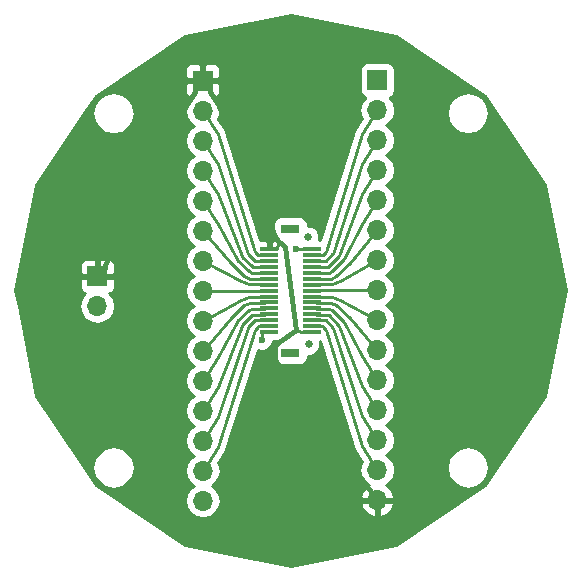
<source format=gbr>
G04 #@! TF.FileFunction,Copper,L2,Bot,Signal*
%FSLAX46Y46*%
G04 Gerber Fmt 4.6, Leading zero omitted, Abs format (unit mm)*
G04 Created by KiCad (PCBNEW 4.0.7) date 06/27/18 01:28:05*
%MOMM*%
%LPD*%
G01*
G04 APERTURE LIST*
%ADD10C,0.100000*%
%ADD11R,1.700000X1.700000*%
%ADD12O,1.700000X1.700000*%
%ADD13R,1.600000X0.800000*%
%ADD14R,1.600000X0.300000*%
%ADD15C,0.650000*%
%ADD16C,0.600000*%
%ADD17C,0.400000*%
%ADD18C,0.250000*%
%ADD19C,0.254000*%
G04 APERTURE END LIST*
D10*
D11*
X106490000Y-75933300D03*
D12*
X106490000Y-78473300D03*
X106490000Y-81013300D03*
X106490000Y-83553300D03*
X106490000Y-86093300D03*
X106490000Y-88633300D03*
X106490000Y-91173300D03*
X106490000Y-93713300D03*
X106490000Y-96253300D03*
X106490000Y-98793300D03*
X106490000Y-101333300D03*
X106490000Y-103873300D03*
X106490000Y-106413300D03*
X106490000Y-108953300D03*
X106490000Y-111493300D03*
D11*
X121272000Y-75895200D03*
D12*
X121272000Y-78435200D03*
X121272000Y-80975200D03*
X121272000Y-83515200D03*
X121272000Y-86055200D03*
X121272000Y-88595200D03*
X121272000Y-91135200D03*
X121272000Y-93675200D03*
X121272000Y-96215200D03*
X121272000Y-98755200D03*
X121272000Y-101295200D03*
X121272000Y-103835200D03*
X121272000Y-106375200D03*
X121272000Y-108915200D03*
X121272000Y-111455200D03*
D11*
X97561400Y-92494100D03*
D12*
X97561400Y-95034100D03*
D13*
X113919000Y-88476000D03*
D14*
X115719000Y-90226000D03*
X112119000Y-90226000D03*
X115719000Y-90726000D03*
X112119000Y-90726000D03*
X115719000Y-91226000D03*
X112119000Y-91226000D03*
X115719000Y-91726000D03*
X112119000Y-91726000D03*
X115719000Y-92226000D03*
X112119000Y-92226000D03*
X115719000Y-92726000D03*
X112119000Y-92726000D03*
X115719000Y-93226000D03*
X112119000Y-93226000D03*
X115719000Y-93726000D03*
X112119000Y-93726000D03*
X115719000Y-94226000D03*
X112119000Y-94226000D03*
X115719000Y-94726000D03*
X112119000Y-94726000D03*
X115719000Y-95226000D03*
X112119000Y-95226000D03*
X115719000Y-95726000D03*
X112119000Y-95726000D03*
X115719000Y-96226000D03*
X112119000Y-96226000D03*
X115719000Y-96726000D03*
X112119000Y-96726000D03*
X115719000Y-97226000D03*
X112119000Y-97226000D03*
D13*
X113919000Y-98976000D03*
D15*
X115469000Y-98276000D03*
X115419000Y-89176000D03*
D16*
X111522500Y-97876100D03*
X114418900Y-90209000D03*
D17*
X105840000Y-76583300D02*
X106490000Y-75933300D01*
X105840000Y-76783300D02*
X105840000Y-76583300D01*
X105840000Y-76866100D02*
X105840000Y-76783300D01*
X105153600Y-77900400D02*
X105840000Y-76866100D01*
X98211400Y-91561300D02*
X105153600Y-77900400D01*
X98211400Y-91644100D02*
X98211400Y-91561300D01*
X98211400Y-91844100D02*
X98211400Y-91644100D01*
X97561400Y-92494100D02*
X98211400Y-91844100D01*
X112618900Y-89083100D02*
X112959600Y-89675900D01*
X107826400Y-77900400D02*
X112618900Y-89083100D01*
X107140000Y-76866100D02*
X107826400Y-77900400D01*
X107140000Y-76783300D02*
X107140000Y-76866100D01*
X107140000Y-76583300D02*
X107140000Y-76783300D01*
X106490000Y-75933300D02*
X107140000Y-76583300D01*
X113419100Y-89993900D02*
X114420000Y-97034900D01*
X113126100Y-89700900D02*
X113419100Y-89993900D01*
X113084700Y-89675900D02*
X113126100Y-89700900D01*
X112959600Y-89675900D02*
X113084700Y-89675900D01*
D18*
X114784400Y-97201000D02*
X114420000Y-97034900D01*
X114919000Y-97201000D02*
X114784400Y-97201000D01*
X115044000Y-97201000D02*
X114919000Y-97201000D01*
X115719000Y-97226000D02*
X115044000Y-97201000D01*
D17*
X112911900Y-98075900D02*
X114420000Y-97034900D01*
X112618900Y-98368900D02*
X112911900Y-98075900D01*
X112618900Y-99168900D02*
X112618900Y-98368900D01*
X112618900Y-99583100D02*
X112618900Y-99168900D01*
X121272000Y-111455200D02*
X112618900Y-99583100D01*
D18*
X112794000Y-90024200D02*
X112959600Y-89675900D01*
X112794000Y-90076000D02*
X112794000Y-90024200D01*
X112794000Y-90201000D02*
X112794000Y-90076000D01*
X112119000Y-90226000D02*
X112794000Y-90201000D01*
X114583800Y-97109600D02*
X114420100Y-97109900D01*
X114583800Y-97109600D02*
X114476700Y-96985900D01*
X112882300Y-89838500D02*
X112884600Y-89674800D01*
X112882300Y-89838500D02*
X113007800Y-89733400D01*
X114919000Y-90209000D02*
X114418900Y-90209000D01*
X115044000Y-90209000D02*
X114919000Y-90209000D01*
X115719000Y-90226000D02*
X115044000Y-90209000D01*
X111522500Y-97251000D02*
X112119000Y-97226000D01*
X111522500Y-97376000D02*
X111522500Y-97251000D01*
X111522500Y-97876100D02*
X111522500Y-97376000D01*
X107762800Y-80482800D02*
X106490000Y-78473300D01*
X107765100Y-80488400D02*
X107762800Y-80482800D01*
X110893900Y-90427100D02*
X107765100Y-80488400D01*
X111142900Y-90676100D02*
X110893900Y-90427100D01*
X111184400Y-90701000D02*
X111142900Y-90676100D01*
X111319000Y-90701000D02*
X111184400Y-90701000D01*
X111444000Y-90701000D02*
X111319000Y-90701000D01*
X112119000Y-90726000D02*
X111444000Y-90701000D01*
X107762800Y-83022800D02*
X106490000Y-81013300D01*
X107765100Y-83028400D02*
X107762800Y-83022800D01*
X110343800Y-90604900D02*
X107765100Y-83028400D01*
X110369000Y-90644500D02*
X110343800Y-90604900D01*
X110925500Y-91201000D02*
X110369000Y-90644500D01*
X111319000Y-91201000D02*
X110925500Y-91201000D01*
X111444000Y-91201000D02*
X111319000Y-91201000D01*
X112119000Y-91226000D02*
X111444000Y-91201000D01*
X107762800Y-85562800D02*
X106490000Y-83553300D01*
X107765100Y-85568400D02*
X107762800Y-85562800D01*
X109819000Y-90770600D02*
X107765100Y-85568400D01*
X109855500Y-90858900D02*
X109819000Y-90770600D01*
X110661100Y-91664500D02*
X109855500Y-90858900D01*
X110749400Y-91701000D02*
X110661100Y-91664500D01*
X111319000Y-91701000D02*
X110749400Y-91701000D01*
X111444000Y-91701000D02*
X111319000Y-91701000D01*
X112119000Y-91726000D02*
X111444000Y-91701000D01*
X107762800Y-88102800D02*
X106490000Y-86093300D01*
X109367700Y-91059800D02*
X107762800Y-88102800D01*
X109431700Y-91142100D02*
X109367700Y-91059800D01*
X110377900Y-92088300D02*
X109431700Y-91142100D01*
X110649900Y-92201000D02*
X110377900Y-92088300D01*
X111319000Y-92201000D02*
X110649900Y-92201000D01*
X111444000Y-92201000D02*
X111319000Y-92201000D01*
X112119000Y-92226000D02*
X111444000Y-92201000D01*
X108901800Y-91371100D02*
X106490000Y-88633300D01*
X110023900Y-92493200D02*
X108901800Y-91371100D01*
X110525600Y-92701000D02*
X110023900Y-92493200D01*
X111319000Y-92701000D02*
X110525600Y-92701000D01*
X111444000Y-92701000D02*
X111319000Y-92701000D01*
X112119000Y-92726000D02*
X111444000Y-92701000D01*
X109740700Y-92917100D02*
X106490000Y-91173300D01*
X110426100Y-93201000D02*
X109740700Y-92917100D01*
X111319000Y-93201000D02*
X110426100Y-93201000D01*
X111444000Y-93201000D02*
X111319000Y-93201000D01*
X112119000Y-93226000D02*
X111444000Y-93201000D01*
X111319000Y-93713300D02*
X106490000Y-93713300D01*
X111444000Y-93713300D02*
X111319000Y-93713300D01*
X112119000Y-93726000D02*
X111444000Y-93713300D01*
X109740700Y-94534900D02*
X106490000Y-96253300D01*
X110426100Y-94251000D02*
X109740700Y-94534900D01*
X111319000Y-94251000D02*
X110426100Y-94251000D01*
X111444000Y-94251000D02*
X111319000Y-94251000D01*
X112119000Y-94226000D02*
X111444000Y-94251000D01*
X108901800Y-96080900D02*
X106490000Y-98793300D01*
X110023900Y-94958800D02*
X108901800Y-96080900D01*
X110525600Y-94751000D02*
X110023900Y-94958800D01*
X111319000Y-94751000D02*
X110525600Y-94751000D01*
X111444000Y-94751000D02*
X111319000Y-94751000D01*
X112119000Y-94726000D02*
X111444000Y-94751000D01*
X107762800Y-99323800D02*
X106490000Y-101333300D01*
X109367700Y-96392200D02*
X107762800Y-99323800D01*
X109431700Y-96309900D02*
X109367700Y-96392200D01*
X110377900Y-95363700D02*
X109431700Y-96309900D01*
X110649900Y-95251000D02*
X110377900Y-95363700D01*
X111319000Y-95251000D02*
X110649900Y-95251000D01*
X111444000Y-95251000D02*
X111319000Y-95251000D01*
X112119000Y-95226000D02*
X111444000Y-95251000D01*
X107762800Y-101863800D02*
X106490000Y-103873300D01*
X107765100Y-101858200D02*
X107762800Y-101863800D01*
X109819000Y-96681400D02*
X107765100Y-101858200D01*
X109855500Y-96593100D02*
X109819000Y-96681400D01*
X110661100Y-95787500D02*
X109855500Y-96593100D01*
X110749400Y-95751000D02*
X110661100Y-95787500D01*
X111319000Y-95751000D02*
X110749400Y-95751000D01*
X111444000Y-95751000D02*
X111319000Y-95751000D01*
X112119000Y-95726000D02*
X111444000Y-95751000D01*
X107762800Y-104403800D02*
X106490000Y-106413300D01*
X107765100Y-104398200D02*
X107762800Y-104403800D01*
X110343800Y-96847100D02*
X107765100Y-104398200D01*
X110369000Y-96807500D02*
X110343800Y-96847100D01*
X110925500Y-96251000D02*
X110369000Y-96807500D01*
X111319000Y-96251000D02*
X110925500Y-96251000D01*
X111444000Y-96251000D02*
X111319000Y-96251000D01*
X112119000Y-96226000D02*
X111444000Y-96251000D01*
X107762800Y-106943800D02*
X106490000Y-108953300D01*
X107765100Y-106938200D02*
X107762800Y-106943800D01*
X110893900Y-97024900D02*
X107765100Y-106938200D01*
X111142900Y-96775900D02*
X110893900Y-97024900D01*
X111184400Y-96751000D02*
X111142900Y-96775900D01*
X111319000Y-96751000D02*
X111184400Y-96751000D01*
X111444000Y-96751000D02*
X111319000Y-96751000D01*
X112119000Y-96726000D02*
X111444000Y-96751000D01*
X119999200Y-80444700D02*
X121272000Y-78435200D01*
X119996900Y-80450300D02*
X119999200Y-80444700D01*
X116944100Y-90427100D02*
X119996900Y-80450300D01*
X116695100Y-90676100D02*
X116944100Y-90427100D01*
X116653600Y-90701000D02*
X116695100Y-90676100D01*
X116519000Y-90701000D02*
X116653600Y-90701000D01*
X116394000Y-90701000D02*
X116519000Y-90701000D01*
X115719000Y-90726000D02*
X116394000Y-90701000D01*
X119999200Y-82984700D02*
X121272000Y-80975200D01*
X119996900Y-82990300D02*
X119999200Y-82984700D01*
X117494200Y-90604900D02*
X119996900Y-82990300D01*
X117469000Y-90644500D02*
X117494200Y-90604900D01*
X116912500Y-91201000D02*
X117469000Y-90644500D01*
X116519000Y-91201000D02*
X116912500Y-91201000D01*
X116394000Y-91201000D02*
X116519000Y-91201000D01*
X115719000Y-91226000D02*
X116394000Y-91201000D01*
X119999200Y-85524700D02*
X121272000Y-83515200D01*
X119996900Y-85530300D02*
X119999200Y-85524700D01*
X118019000Y-90770600D02*
X119996900Y-85530300D01*
X117982500Y-90858900D02*
X118019000Y-90770600D01*
X117176900Y-91664500D02*
X117982500Y-90858900D01*
X117088600Y-91701000D02*
X117176900Y-91664500D01*
X116519000Y-91701000D02*
X117088600Y-91701000D01*
X116394000Y-91701000D02*
X116519000Y-91701000D01*
X115719000Y-91726000D02*
X116394000Y-91701000D01*
X119999200Y-88064700D02*
X121272000Y-86055200D01*
X118470300Y-91059800D02*
X119999200Y-88064700D01*
X118406300Y-91142100D02*
X118470300Y-91059800D01*
X117460100Y-92088300D02*
X118406300Y-91142100D01*
X117188100Y-92201000D02*
X117460100Y-92088300D01*
X116519000Y-92201000D02*
X117188100Y-92201000D01*
X116394000Y-92201000D02*
X116519000Y-92201000D01*
X115719000Y-92226000D02*
X116394000Y-92201000D01*
X118936200Y-91371100D02*
X121272000Y-88595200D01*
X117814100Y-92493200D02*
X118936200Y-91371100D01*
X117312400Y-92701000D02*
X117814100Y-92493200D01*
X116519000Y-92701000D02*
X117312400Y-92701000D01*
X116394000Y-92701000D02*
X116519000Y-92701000D01*
X115719000Y-92726000D02*
X116394000Y-92701000D01*
X118097300Y-92917100D02*
X121272000Y-91135200D01*
X117411900Y-93201000D02*
X118097300Y-92917100D01*
X116519000Y-93201000D02*
X117411900Y-93201000D01*
X116394000Y-93201000D02*
X116519000Y-93201000D01*
X115719000Y-93226000D02*
X116394000Y-93201000D01*
X117153300Y-93701000D02*
X121272000Y-93675200D01*
X116519000Y-93701000D02*
X117153300Y-93701000D01*
X116394000Y-93701000D02*
X116519000Y-93701000D01*
X115719000Y-93726000D02*
X116394000Y-93701000D01*
X118097300Y-94534900D02*
X121272000Y-96215200D01*
X117411900Y-94251000D02*
X118097300Y-94534900D01*
X116519000Y-94251000D02*
X117411900Y-94251000D01*
X116394000Y-94251000D02*
X116519000Y-94251000D01*
X115719000Y-94226000D02*
X116394000Y-94251000D01*
X118936200Y-96080900D02*
X121272000Y-98755200D01*
X117814100Y-94958800D02*
X118936200Y-96080900D01*
X117312400Y-94751000D02*
X117814100Y-94958800D01*
X116519000Y-94751000D02*
X117312400Y-94751000D01*
X116394000Y-94751000D02*
X116519000Y-94751000D01*
X115719000Y-94726000D02*
X116394000Y-94751000D01*
X119999200Y-99285700D02*
X121272000Y-101295200D01*
X118470300Y-96392200D02*
X119999200Y-99285700D01*
X118406300Y-96309900D02*
X118470300Y-96392200D01*
X117460100Y-95363700D02*
X118406300Y-96309900D01*
X117188100Y-95251000D02*
X117460100Y-95363700D01*
X116519000Y-95251000D02*
X117188100Y-95251000D01*
X116394000Y-95251000D02*
X116519000Y-95251000D01*
X115719000Y-95226000D02*
X116394000Y-95251000D01*
X119999200Y-101825700D02*
X121272000Y-103835200D01*
X119996900Y-101820100D02*
X119999200Y-101825700D01*
X118019000Y-96681400D02*
X119996900Y-101820100D01*
X117982500Y-96593100D02*
X118019000Y-96681400D01*
X117176900Y-95787500D02*
X117982500Y-96593100D01*
X117088600Y-95751000D02*
X117176900Y-95787500D01*
X116519000Y-95751000D02*
X117088600Y-95751000D01*
X116394000Y-95751000D02*
X116519000Y-95751000D01*
X115719000Y-95726000D02*
X116394000Y-95751000D01*
X119999200Y-104365700D02*
X121272000Y-106375200D01*
X119996900Y-104360100D02*
X119999200Y-104365700D01*
X117494200Y-96847100D02*
X119996900Y-104360100D01*
X117469000Y-96807500D02*
X117494200Y-96847100D01*
X116912500Y-96251000D02*
X117469000Y-96807500D01*
X116519000Y-96251000D02*
X116912500Y-96251000D01*
X116394000Y-96251000D02*
X116519000Y-96251000D01*
X115719000Y-96226000D02*
X116394000Y-96251000D01*
X119999200Y-106905700D02*
X121272000Y-108915200D01*
X119996900Y-106900100D02*
X119999200Y-106905700D01*
X116944100Y-97024900D02*
X119996900Y-106900100D01*
X116695100Y-96775900D02*
X116944100Y-97024900D01*
X116653600Y-96751000D02*
X116695100Y-96775900D01*
X116519000Y-96751000D02*
X116653600Y-96751000D01*
X116394000Y-96751000D02*
X116519000Y-96751000D01*
X115719000Y-96726000D02*
X116394000Y-96751000D01*
D19*
G36*
X122866364Y-72152849D02*
X130430295Y-77206905D01*
X135484351Y-84770836D01*
X137259100Y-93693100D01*
X135484351Y-102615364D01*
X130430295Y-110179295D01*
X122866364Y-115233351D01*
X113944100Y-117008100D01*
X105021836Y-115233351D01*
X97457905Y-110179295D01*
X96464862Y-108693100D01*
X97159100Y-108693100D01*
X97294975Y-109376190D01*
X97681914Y-109955286D01*
X98261010Y-110342225D01*
X98944100Y-110478100D01*
X99627190Y-110342225D01*
X100206286Y-109955286D01*
X100593225Y-109376190D01*
X100729100Y-108693100D01*
X100593225Y-108010010D01*
X100206286Y-107430914D01*
X99627190Y-107043975D01*
X98944100Y-106908100D01*
X98261010Y-107043975D01*
X97681914Y-107430914D01*
X97294975Y-108010010D01*
X97159100Y-108693100D01*
X96464862Y-108693100D01*
X92403849Y-102615364D01*
X90895842Y-95034100D01*
X96047307Y-95034100D01*
X96160346Y-95602385D01*
X96482253Y-96084154D01*
X96964022Y-96406061D01*
X97532307Y-96519100D01*
X97590493Y-96519100D01*
X98158778Y-96406061D01*
X98640547Y-96084154D01*
X98962454Y-95602385D01*
X99075493Y-95034100D01*
X98962454Y-94465815D01*
X98640547Y-93984046D01*
X98596623Y-93954697D01*
X98771098Y-93882427D01*
X98949727Y-93703799D01*
X99046400Y-93470410D01*
X99046400Y-92779850D01*
X98887650Y-92621100D01*
X97688400Y-92621100D01*
X97688400Y-92641100D01*
X97434400Y-92641100D01*
X97434400Y-92621100D01*
X96235150Y-92621100D01*
X96076400Y-92779850D01*
X96076400Y-93470410D01*
X96173073Y-93703799D01*
X96351702Y-93882427D01*
X96526177Y-93954697D01*
X96482253Y-93984046D01*
X96160346Y-94465815D01*
X96047307Y-95034100D01*
X90895842Y-95034100D01*
X90629100Y-93693100D01*
X91061796Y-91517790D01*
X96076400Y-91517790D01*
X96076400Y-92208350D01*
X96235150Y-92367100D01*
X97434400Y-92367100D01*
X97434400Y-91167850D01*
X97688400Y-91167850D01*
X97688400Y-92367100D01*
X98887650Y-92367100D01*
X99046400Y-92208350D01*
X99046400Y-91517790D01*
X98949727Y-91284401D01*
X98771098Y-91105773D01*
X98537709Y-91009100D01*
X97847150Y-91009100D01*
X97688400Y-91167850D01*
X97434400Y-91167850D01*
X97275650Y-91009100D01*
X96585091Y-91009100D01*
X96351702Y-91105773D01*
X96173073Y-91284401D01*
X96076400Y-91517790D01*
X91061796Y-91517790D01*
X92403849Y-84770836D01*
X96464861Y-78693100D01*
X97159100Y-78693100D01*
X97294975Y-79376190D01*
X97681914Y-79955286D01*
X98261010Y-80342225D01*
X98944100Y-80478100D01*
X99627190Y-80342225D01*
X100206286Y-79955286D01*
X100593225Y-79376190D01*
X100729100Y-78693100D01*
X100685380Y-78473300D01*
X104975907Y-78473300D01*
X105088946Y-79041585D01*
X105410853Y-79523354D01*
X105740026Y-79743300D01*
X105410853Y-79963246D01*
X105088946Y-80445015D01*
X104975907Y-81013300D01*
X105088946Y-81581585D01*
X105410853Y-82063354D01*
X105740026Y-82283300D01*
X105410853Y-82503246D01*
X105088946Y-82985015D01*
X104975907Y-83553300D01*
X105088946Y-84121585D01*
X105410853Y-84603354D01*
X105740026Y-84823300D01*
X105410853Y-85043246D01*
X105088946Y-85525015D01*
X104975907Y-86093300D01*
X105088946Y-86661585D01*
X105410853Y-87143354D01*
X105740026Y-87363300D01*
X105410853Y-87583246D01*
X105088946Y-88065015D01*
X104975907Y-88633300D01*
X105088946Y-89201585D01*
X105410853Y-89683354D01*
X105740026Y-89903300D01*
X105410853Y-90123246D01*
X105088946Y-90605015D01*
X104975907Y-91173300D01*
X105088946Y-91741585D01*
X105410853Y-92223354D01*
X105740026Y-92443300D01*
X105410853Y-92663246D01*
X105088946Y-93145015D01*
X104975907Y-93713300D01*
X105088946Y-94281585D01*
X105410853Y-94763354D01*
X105740026Y-94983300D01*
X105410853Y-95203246D01*
X105088946Y-95685015D01*
X104975907Y-96253300D01*
X105088946Y-96821585D01*
X105410853Y-97303354D01*
X105740026Y-97523300D01*
X105410853Y-97743246D01*
X105088946Y-98225015D01*
X104975907Y-98793300D01*
X105088946Y-99361585D01*
X105410853Y-99843354D01*
X105740026Y-100063300D01*
X105410853Y-100283246D01*
X105088946Y-100765015D01*
X104975907Y-101333300D01*
X105088946Y-101901585D01*
X105410853Y-102383354D01*
X105740026Y-102603300D01*
X105410853Y-102823246D01*
X105088946Y-103305015D01*
X104975907Y-103873300D01*
X105088946Y-104441585D01*
X105410853Y-104923354D01*
X105740026Y-105143300D01*
X105410853Y-105363246D01*
X105088946Y-105845015D01*
X104975907Y-106413300D01*
X105088946Y-106981585D01*
X105410853Y-107463354D01*
X105740026Y-107683300D01*
X105410853Y-107903246D01*
X105088946Y-108385015D01*
X104975907Y-108953300D01*
X105088946Y-109521585D01*
X105410853Y-110003354D01*
X105740026Y-110223300D01*
X105410853Y-110443246D01*
X105088946Y-110925015D01*
X104975907Y-111493300D01*
X105088946Y-112061585D01*
X105410853Y-112543354D01*
X105892622Y-112865261D01*
X106460907Y-112978300D01*
X106519093Y-112978300D01*
X107087378Y-112865261D01*
X107569147Y-112543354D01*
X107891054Y-112061585D01*
X107940681Y-111812090D01*
X119830524Y-111812090D01*
X120000355Y-112222124D01*
X120390642Y-112650383D01*
X120915108Y-112896686D01*
X121145000Y-112776019D01*
X121145000Y-111582200D01*
X121399000Y-111582200D01*
X121399000Y-112776019D01*
X121628892Y-112896686D01*
X122153358Y-112650383D01*
X122543645Y-112222124D01*
X122713476Y-111812090D01*
X122592155Y-111582200D01*
X121399000Y-111582200D01*
X121145000Y-111582200D01*
X119951845Y-111582200D01*
X119830524Y-111812090D01*
X107940681Y-111812090D01*
X108004093Y-111493300D01*
X107891054Y-110925015D01*
X107569147Y-110443246D01*
X107239974Y-110223300D01*
X107569147Y-110003354D01*
X107891054Y-109521585D01*
X108004093Y-108953300D01*
X107891054Y-108385015D01*
X107818422Y-108276314D01*
X108404846Y-107350466D01*
X108428885Y-107288168D01*
X108465815Y-107232538D01*
X108468115Y-107226938D01*
X108474319Y-107195251D01*
X108489859Y-107166946D01*
X111151317Y-98734375D01*
X111335701Y-98810938D01*
X111707667Y-98811262D01*
X112051443Y-98669217D01*
X112314692Y-98406427D01*
X112457338Y-98062899D01*
X112457372Y-98023440D01*
X112805045Y-98023440D01*
X112667559Y-98111910D01*
X112522569Y-98324110D01*
X112471560Y-98576000D01*
X112471560Y-99376000D01*
X112515838Y-99611317D01*
X112654910Y-99827441D01*
X112867110Y-99972431D01*
X113119000Y-100023440D01*
X114719000Y-100023440D01*
X114954317Y-99979162D01*
X115170441Y-99840090D01*
X115315431Y-99627890D01*
X115366440Y-99376000D01*
X115366440Y-99235911D01*
X115659118Y-99236167D01*
X116012086Y-99090323D01*
X116282374Y-98820507D01*
X116428833Y-98467794D01*
X116429167Y-98085882D01*
X116398226Y-98011000D01*
X116453455Y-98011000D01*
X119270804Y-107124564D01*
X119287248Y-107154940D01*
X119293885Y-107188838D01*
X119296185Y-107194438D01*
X119333116Y-107250068D01*
X119357154Y-107312366D01*
X119943578Y-108238214D01*
X119870946Y-108346915D01*
X119757907Y-108915200D01*
X119870946Y-109483485D01*
X120192853Y-109965254D01*
X120533553Y-110192902D01*
X120390642Y-110260017D01*
X120000355Y-110688276D01*
X119830524Y-111098310D01*
X119951845Y-111328200D01*
X121145000Y-111328200D01*
X121145000Y-111308200D01*
X121399000Y-111308200D01*
X121399000Y-111328200D01*
X122592155Y-111328200D01*
X122713476Y-111098310D01*
X122543645Y-110688276D01*
X122153358Y-110260017D01*
X122010447Y-110192902D01*
X122351147Y-109965254D01*
X122673054Y-109483485D01*
X122786093Y-108915200D01*
X122741915Y-108693100D01*
X127159100Y-108693100D01*
X127294975Y-109376190D01*
X127681914Y-109955286D01*
X128261010Y-110342225D01*
X128944100Y-110478100D01*
X129627190Y-110342225D01*
X130206286Y-109955286D01*
X130593225Y-109376190D01*
X130729100Y-108693100D01*
X130593225Y-108010010D01*
X130206286Y-107430914D01*
X129627190Y-107043975D01*
X128944100Y-106908100D01*
X128261010Y-107043975D01*
X127681914Y-107430914D01*
X127294975Y-108010010D01*
X127159100Y-108693100D01*
X122741915Y-108693100D01*
X122673054Y-108346915D01*
X122351147Y-107865146D01*
X122021974Y-107645200D01*
X122351147Y-107425254D01*
X122673054Y-106943485D01*
X122786093Y-106375200D01*
X122673054Y-105806915D01*
X122351147Y-105325146D01*
X122021974Y-105105200D01*
X122351147Y-104885254D01*
X122673054Y-104403485D01*
X122786093Y-103835200D01*
X122673054Y-103266915D01*
X122351147Y-102785146D01*
X122021974Y-102565200D01*
X122351147Y-102345254D01*
X122673054Y-101863485D01*
X122786093Y-101295200D01*
X122673054Y-100726915D01*
X122351147Y-100245146D01*
X122021974Y-100025200D01*
X122351147Y-99805254D01*
X122673054Y-99323485D01*
X122786093Y-98755200D01*
X122673054Y-98186915D01*
X122351147Y-97705146D01*
X122021974Y-97485200D01*
X122351147Y-97265254D01*
X122673054Y-96783485D01*
X122786093Y-96215200D01*
X122673054Y-95646915D01*
X122351147Y-95165146D01*
X122021974Y-94945200D01*
X122351147Y-94725254D01*
X122673054Y-94243485D01*
X122786093Y-93675200D01*
X122673054Y-93106915D01*
X122351147Y-92625146D01*
X122021974Y-92405200D01*
X122351147Y-92185254D01*
X122673054Y-91703485D01*
X122786093Y-91135200D01*
X122673054Y-90566915D01*
X122351147Y-90085146D01*
X122021974Y-89865200D01*
X122351147Y-89645254D01*
X122673054Y-89163485D01*
X122786093Y-88595200D01*
X122673054Y-88026915D01*
X122351147Y-87545146D01*
X122021974Y-87325200D01*
X122351147Y-87105254D01*
X122673054Y-86623485D01*
X122786093Y-86055200D01*
X122673054Y-85486915D01*
X122351147Y-85005146D01*
X122021974Y-84785200D01*
X122351147Y-84565254D01*
X122673054Y-84083485D01*
X122786093Y-83515200D01*
X122673054Y-82946915D01*
X122351147Y-82465146D01*
X122021974Y-82245200D01*
X122351147Y-82025254D01*
X122673054Y-81543485D01*
X122786093Y-80975200D01*
X122673054Y-80406915D01*
X122351147Y-79925146D01*
X122021974Y-79705200D01*
X122351147Y-79485254D01*
X122673054Y-79003485D01*
X122734793Y-78693100D01*
X127159100Y-78693100D01*
X127294975Y-79376190D01*
X127681914Y-79955286D01*
X128261010Y-80342225D01*
X128944100Y-80478100D01*
X129627190Y-80342225D01*
X130206286Y-79955286D01*
X130593225Y-79376190D01*
X130729100Y-78693100D01*
X130593225Y-78010010D01*
X130206286Y-77430914D01*
X129627190Y-77043975D01*
X128944100Y-76908100D01*
X128261010Y-77043975D01*
X127681914Y-77430914D01*
X127294975Y-78010010D01*
X127159100Y-78693100D01*
X122734793Y-78693100D01*
X122786093Y-78435200D01*
X122673054Y-77866915D01*
X122351147Y-77385146D01*
X122309548Y-77357350D01*
X122357317Y-77348362D01*
X122573441Y-77209290D01*
X122718431Y-76997090D01*
X122769440Y-76745200D01*
X122769440Y-75045200D01*
X122725162Y-74809883D01*
X122586090Y-74593759D01*
X122373890Y-74448769D01*
X122122000Y-74397760D01*
X120422000Y-74397760D01*
X120186683Y-74442038D01*
X119970559Y-74581110D01*
X119825569Y-74793310D01*
X119774560Y-75045200D01*
X119774560Y-76745200D01*
X119818838Y-76980517D01*
X119957910Y-77196641D01*
X120170110Y-77341631D01*
X120237541Y-77355286D01*
X120192853Y-77385146D01*
X119870946Y-77866915D01*
X119757907Y-78435200D01*
X119870946Y-79003485D01*
X119943578Y-79112186D01*
X119357154Y-80038034D01*
X119333116Y-80100332D01*
X119296185Y-80155962D01*
X119293885Y-80161562D01*
X119287037Y-80196535D01*
X119270161Y-80227925D01*
X116454860Y-89428560D01*
X116353601Y-89428560D01*
X116378833Y-89367794D01*
X116379167Y-88985882D01*
X116233323Y-88632914D01*
X115963507Y-88362626D01*
X115610794Y-88216167D01*
X115366440Y-88215953D01*
X115366440Y-88076000D01*
X115322162Y-87840683D01*
X115183090Y-87624559D01*
X114970890Y-87479569D01*
X114719000Y-87428560D01*
X113119000Y-87428560D01*
X112883683Y-87472838D01*
X112667559Y-87611910D01*
X112522569Y-87824110D01*
X112471560Y-88076000D01*
X112471560Y-88876000D01*
X112515838Y-89111317D01*
X112654910Y-89327441D01*
X112821109Y-89441000D01*
X112404750Y-89441000D01*
X112246000Y-89599750D01*
X112246000Y-89928560D01*
X111992000Y-89928560D01*
X111992000Y-89599750D01*
X111833250Y-89441000D01*
X111380236Y-89441000D01*
X108490026Y-80260186D01*
X108474373Y-80231625D01*
X108468115Y-80199662D01*
X108465815Y-80194062D01*
X108428885Y-80138432D01*
X108404846Y-80076134D01*
X107818422Y-79150286D01*
X107891054Y-79041585D01*
X108004093Y-78473300D01*
X107891054Y-77905015D01*
X107569147Y-77423246D01*
X107525223Y-77393897D01*
X107699698Y-77321627D01*
X107878327Y-77142999D01*
X107975000Y-76909610D01*
X107975000Y-76219050D01*
X107816250Y-76060300D01*
X106617000Y-76060300D01*
X106617000Y-76080300D01*
X106363000Y-76080300D01*
X106363000Y-76060300D01*
X105163750Y-76060300D01*
X105005000Y-76219050D01*
X105005000Y-76909610D01*
X105101673Y-77142999D01*
X105280302Y-77321627D01*
X105454777Y-77393897D01*
X105410853Y-77423246D01*
X105088946Y-77905015D01*
X104975907Y-78473300D01*
X100685380Y-78473300D01*
X100593225Y-78010010D01*
X100206286Y-77430914D01*
X99627190Y-77043975D01*
X98944100Y-76908100D01*
X98261010Y-77043975D01*
X97681914Y-77430914D01*
X97294975Y-78010010D01*
X97159100Y-78693100D01*
X96464861Y-78693100D01*
X97457905Y-77206905D01*
X100825141Y-74956990D01*
X105005000Y-74956990D01*
X105005000Y-75647550D01*
X105163750Y-75806300D01*
X106363000Y-75806300D01*
X106363000Y-74607050D01*
X106617000Y-74607050D01*
X106617000Y-75806300D01*
X107816250Y-75806300D01*
X107975000Y-75647550D01*
X107975000Y-74956990D01*
X107878327Y-74723601D01*
X107699698Y-74544973D01*
X107466309Y-74448300D01*
X106775750Y-74448300D01*
X106617000Y-74607050D01*
X106363000Y-74607050D01*
X106204250Y-74448300D01*
X105513691Y-74448300D01*
X105280302Y-74544973D01*
X105101673Y-74723601D01*
X105005000Y-74956990D01*
X100825141Y-74956990D01*
X105021836Y-72152849D01*
X113944100Y-70378100D01*
X122866364Y-72152849D01*
X122866364Y-72152849D01*
G37*
X122866364Y-72152849D02*
X130430295Y-77206905D01*
X135484351Y-84770836D01*
X137259100Y-93693100D01*
X135484351Y-102615364D01*
X130430295Y-110179295D01*
X122866364Y-115233351D01*
X113944100Y-117008100D01*
X105021836Y-115233351D01*
X97457905Y-110179295D01*
X96464862Y-108693100D01*
X97159100Y-108693100D01*
X97294975Y-109376190D01*
X97681914Y-109955286D01*
X98261010Y-110342225D01*
X98944100Y-110478100D01*
X99627190Y-110342225D01*
X100206286Y-109955286D01*
X100593225Y-109376190D01*
X100729100Y-108693100D01*
X100593225Y-108010010D01*
X100206286Y-107430914D01*
X99627190Y-107043975D01*
X98944100Y-106908100D01*
X98261010Y-107043975D01*
X97681914Y-107430914D01*
X97294975Y-108010010D01*
X97159100Y-108693100D01*
X96464862Y-108693100D01*
X92403849Y-102615364D01*
X90895842Y-95034100D01*
X96047307Y-95034100D01*
X96160346Y-95602385D01*
X96482253Y-96084154D01*
X96964022Y-96406061D01*
X97532307Y-96519100D01*
X97590493Y-96519100D01*
X98158778Y-96406061D01*
X98640547Y-96084154D01*
X98962454Y-95602385D01*
X99075493Y-95034100D01*
X98962454Y-94465815D01*
X98640547Y-93984046D01*
X98596623Y-93954697D01*
X98771098Y-93882427D01*
X98949727Y-93703799D01*
X99046400Y-93470410D01*
X99046400Y-92779850D01*
X98887650Y-92621100D01*
X97688400Y-92621100D01*
X97688400Y-92641100D01*
X97434400Y-92641100D01*
X97434400Y-92621100D01*
X96235150Y-92621100D01*
X96076400Y-92779850D01*
X96076400Y-93470410D01*
X96173073Y-93703799D01*
X96351702Y-93882427D01*
X96526177Y-93954697D01*
X96482253Y-93984046D01*
X96160346Y-94465815D01*
X96047307Y-95034100D01*
X90895842Y-95034100D01*
X90629100Y-93693100D01*
X91061796Y-91517790D01*
X96076400Y-91517790D01*
X96076400Y-92208350D01*
X96235150Y-92367100D01*
X97434400Y-92367100D01*
X97434400Y-91167850D01*
X97688400Y-91167850D01*
X97688400Y-92367100D01*
X98887650Y-92367100D01*
X99046400Y-92208350D01*
X99046400Y-91517790D01*
X98949727Y-91284401D01*
X98771098Y-91105773D01*
X98537709Y-91009100D01*
X97847150Y-91009100D01*
X97688400Y-91167850D01*
X97434400Y-91167850D01*
X97275650Y-91009100D01*
X96585091Y-91009100D01*
X96351702Y-91105773D01*
X96173073Y-91284401D01*
X96076400Y-91517790D01*
X91061796Y-91517790D01*
X92403849Y-84770836D01*
X96464861Y-78693100D01*
X97159100Y-78693100D01*
X97294975Y-79376190D01*
X97681914Y-79955286D01*
X98261010Y-80342225D01*
X98944100Y-80478100D01*
X99627190Y-80342225D01*
X100206286Y-79955286D01*
X100593225Y-79376190D01*
X100729100Y-78693100D01*
X100685380Y-78473300D01*
X104975907Y-78473300D01*
X105088946Y-79041585D01*
X105410853Y-79523354D01*
X105740026Y-79743300D01*
X105410853Y-79963246D01*
X105088946Y-80445015D01*
X104975907Y-81013300D01*
X105088946Y-81581585D01*
X105410853Y-82063354D01*
X105740026Y-82283300D01*
X105410853Y-82503246D01*
X105088946Y-82985015D01*
X104975907Y-83553300D01*
X105088946Y-84121585D01*
X105410853Y-84603354D01*
X105740026Y-84823300D01*
X105410853Y-85043246D01*
X105088946Y-85525015D01*
X104975907Y-86093300D01*
X105088946Y-86661585D01*
X105410853Y-87143354D01*
X105740026Y-87363300D01*
X105410853Y-87583246D01*
X105088946Y-88065015D01*
X104975907Y-88633300D01*
X105088946Y-89201585D01*
X105410853Y-89683354D01*
X105740026Y-89903300D01*
X105410853Y-90123246D01*
X105088946Y-90605015D01*
X104975907Y-91173300D01*
X105088946Y-91741585D01*
X105410853Y-92223354D01*
X105740026Y-92443300D01*
X105410853Y-92663246D01*
X105088946Y-93145015D01*
X104975907Y-93713300D01*
X105088946Y-94281585D01*
X105410853Y-94763354D01*
X105740026Y-94983300D01*
X105410853Y-95203246D01*
X105088946Y-95685015D01*
X104975907Y-96253300D01*
X105088946Y-96821585D01*
X105410853Y-97303354D01*
X105740026Y-97523300D01*
X105410853Y-97743246D01*
X105088946Y-98225015D01*
X104975907Y-98793300D01*
X105088946Y-99361585D01*
X105410853Y-99843354D01*
X105740026Y-100063300D01*
X105410853Y-100283246D01*
X105088946Y-100765015D01*
X104975907Y-101333300D01*
X105088946Y-101901585D01*
X105410853Y-102383354D01*
X105740026Y-102603300D01*
X105410853Y-102823246D01*
X105088946Y-103305015D01*
X104975907Y-103873300D01*
X105088946Y-104441585D01*
X105410853Y-104923354D01*
X105740026Y-105143300D01*
X105410853Y-105363246D01*
X105088946Y-105845015D01*
X104975907Y-106413300D01*
X105088946Y-106981585D01*
X105410853Y-107463354D01*
X105740026Y-107683300D01*
X105410853Y-107903246D01*
X105088946Y-108385015D01*
X104975907Y-108953300D01*
X105088946Y-109521585D01*
X105410853Y-110003354D01*
X105740026Y-110223300D01*
X105410853Y-110443246D01*
X105088946Y-110925015D01*
X104975907Y-111493300D01*
X105088946Y-112061585D01*
X105410853Y-112543354D01*
X105892622Y-112865261D01*
X106460907Y-112978300D01*
X106519093Y-112978300D01*
X107087378Y-112865261D01*
X107569147Y-112543354D01*
X107891054Y-112061585D01*
X107940681Y-111812090D01*
X119830524Y-111812090D01*
X120000355Y-112222124D01*
X120390642Y-112650383D01*
X120915108Y-112896686D01*
X121145000Y-112776019D01*
X121145000Y-111582200D01*
X121399000Y-111582200D01*
X121399000Y-112776019D01*
X121628892Y-112896686D01*
X122153358Y-112650383D01*
X122543645Y-112222124D01*
X122713476Y-111812090D01*
X122592155Y-111582200D01*
X121399000Y-111582200D01*
X121145000Y-111582200D01*
X119951845Y-111582200D01*
X119830524Y-111812090D01*
X107940681Y-111812090D01*
X108004093Y-111493300D01*
X107891054Y-110925015D01*
X107569147Y-110443246D01*
X107239974Y-110223300D01*
X107569147Y-110003354D01*
X107891054Y-109521585D01*
X108004093Y-108953300D01*
X107891054Y-108385015D01*
X107818422Y-108276314D01*
X108404846Y-107350466D01*
X108428885Y-107288168D01*
X108465815Y-107232538D01*
X108468115Y-107226938D01*
X108474319Y-107195251D01*
X108489859Y-107166946D01*
X111151317Y-98734375D01*
X111335701Y-98810938D01*
X111707667Y-98811262D01*
X112051443Y-98669217D01*
X112314692Y-98406427D01*
X112457338Y-98062899D01*
X112457372Y-98023440D01*
X112805045Y-98023440D01*
X112667559Y-98111910D01*
X112522569Y-98324110D01*
X112471560Y-98576000D01*
X112471560Y-99376000D01*
X112515838Y-99611317D01*
X112654910Y-99827441D01*
X112867110Y-99972431D01*
X113119000Y-100023440D01*
X114719000Y-100023440D01*
X114954317Y-99979162D01*
X115170441Y-99840090D01*
X115315431Y-99627890D01*
X115366440Y-99376000D01*
X115366440Y-99235911D01*
X115659118Y-99236167D01*
X116012086Y-99090323D01*
X116282374Y-98820507D01*
X116428833Y-98467794D01*
X116429167Y-98085882D01*
X116398226Y-98011000D01*
X116453455Y-98011000D01*
X119270804Y-107124564D01*
X119287248Y-107154940D01*
X119293885Y-107188838D01*
X119296185Y-107194438D01*
X119333116Y-107250068D01*
X119357154Y-107312366D01*
X119943578Y-108238214D01*
X119870946Y-108346915D01*
X119757907Y-108915200D01*
X119870946Y-109483485D01*
X120192853Y-109965254D01*
X120533553Y-110192902D01*
X120390642Y-110260017D01*
X120000355Y-110688276D01*
X119830524Y-111098310D01*
X119951845Y-111328200D01*
X121145000Y-111328200D01*
X121145000Y-111308200D01*
X121399000Y-111308200D01*
X121399000Y-111328200D01*
X122592155Y-111328200D01*
X122713476Y-111098310D01*
X122543645Y-110688276D01*
X122153358Y-110260017D01*
X122010447Y-110192902D01*
X122351147Y-109965254D01*
X122673054Y-109483485D01*
X122786093Y-108915200D01*
X122741915Y-108693100D01*
X127159100Y-108693100D01*
X127294975Y-109376190D01*
X127681914Y-109955286D01*
X128261010Y-110342225D01*
X128944100Y-110478100D01*
X129627190Y-110342225D01*
X130206286Y-109955286D01*
X130593225Y-109376190D01*
X130729100Y-108693100D01*
X130593225Y-108010010D01*
X130206286Y-107430914D01*
X129627190Y-107043975D01*
X128944100Y-106908100D01*
X128261010Y-107043975D01*
X127681914Y-107430914D01*
X127294975Y-108010010D01*
X127159100Y-108693100D01*
X122741915Y-108693100D01*
X122673054Y-108346915D01*
X122351147Y-107865146D01*
X122021974Y-107645200D01*
X122351147Y-107425254D01*
X122673054Y-106943485D01*
X122786093Y-106375200D01*
X122673054Y-105806915D01*
X122351147Y-105325146D01*
X122021974Y-105105200D01*
X122351147Y-104885254D01*
X122673054Y-104403485D01*
X122786093Y-103835200D01*
X122673054Y-103266915D01*
X122351147Y-102785146D01*
X122021974Y-102565200D01*
X122351147Y-102345254D01*
X122673054Y-101863485D01*
X122786093Y-101295200D01*
X122673054Y-100726915D01*
X122351147Y-100245146D01*
X122021974Y-100025200D01*
X122351147Y-99805254D01*
X122673054Y-99323485D01*
X122786093Y-98755200D01*
X122673054Y-98186915D01*
X122351147Y-97705146D01*
X122021974Y-97485200D01*
X122351147Y-97265254D01*
X122673054Y-96783485D01*
X122786093Y-96215200D01*
X122673054Y-95646915D01*
X122351147Y-95165146D01*
X122021974Y-94945200D01*
X122351147Y-94725254D01*
X122673054Y-94243485D01*
X122786093Y-93675200D01*
X122673054Y-93106915D01*
X122351147Y-92625146D01*
X122021974Y-92405200D01*
X122351147Y-92185254D01*
X122673054Y-91703485D01*
X122786093Y-91135200D01*
X122673054Y-90566915D01*
X122351147Y-90085146D01*
X122021974Y-89865200D01*
X122351147Y-89645254D01*
X122673054Y-89163485D01*
X122786093Y-88595200D01*
X122673054Y-88026915D01*
X122351147Y-87545146D01*
X122021974Y-87325200D01*
X122351147Y-87105254D01*
X122673054Y-86623485D01*
X122786093Y-86055200D01*
X122673054Y-85486915D01*
X122351147Y-85005146D01*
X122021974Y-84785200D01*
X122351147Y-84565254D01*
X122673054Y-84083485D01*
X122786093Y-83515200D01*
X122673054Y-82946915D01*
X122351147Y-82465146D01*
X122021974Y-82245200D01*
X122351147Y-82025254D01*
X122673054Y-81543485D01*
X122786093Y-80975200D01*
X122673054Y-80406915D01*
X122351147Y-79925146D01*
X122021974Y-79705200D01*
X122351147Y-79485254D01*
X122673054Y-79003485D01*
X122734793Y-78693100D01*
X127159100Y-78693100D01*
X127294975Y-79376190D01*
X127681914Y-79955286D01*
X128261010Y-80342225D01*
X128944100Y-80478100D01*
X129627190Y-80342225D01*
X130206286Y-79955286D01*
X130593225Y-79376190D01*
X130729100Y-78693100D01*
X130593225Y-78010010D01*
X130206286Y-77430914D01*
X129627190Y-77043975D01*
X128944100Y-76908100D01*
X128261010Y-77043975D01*
X127681914Y-77430914D01*
X127294975Y-78010010D01*
X127159100Y-78693100D01*
X122734793Y-78693100D01*
X122786093Y-78435200D01*
X122673054Y-77866915D01*
X122351147Y-77385146D01*
X122309548Y-77357350D01*
X122357317Y-77348362D01*
X122573441Y-77209290D01*
X122718431Y-76997090D01*
X122769440Y-76745200D01*
X122769440Y-75045200D01*
X122725162Y-74809883D01*
X122586090Y-74593759D01*
X122373890Y-74448769D01*
X122122000Y-74397760D01*
X120422000Y-74397760D01*
X120186683Y-74442038D01*
X119970559Y-74581110D01*
X119825569Y-74793310D01*
X119774560Y-75045200D01*
X119774560Y-76745200D01*
X119818838Y-76980517D01*
X119957910Y-77196641D01*
X120170110Y-77341631D01*
X120237541Y-77355286D01*
X120192853Y-77385146D01*
X119870946Y-77866915D01*
X119757907Y-78435200D01*
X119870946Y-79003485D01*
X119943578Y-79112186D01*
X119357154Y-80038034D01*
X119333116Y-80100332D01*
X119296185Y-80155962D01*
X119293885Y-80161562D01*
X119287037Y-80196535D01*
X119270161Y-80227925D01*
X116454860Y-89428560D01*
X116353601Y-89428560D01*
X116378833Y-89367794D01*
X116379167Y-88985882D01*
X116233323Y-88632914D01*
X115963507Y-88362626D01*
X115610794Y-88216167D01*
X115366440Y-88215953D01*
X115366440Y-88076000D01*
X115322162Y-87840683D01*
X115183090Y-87624559D01*
X114970890Y-87479569D01*
X114719000Y-87428560D01*
X113119000Y-87428560D01*
X112883683Y-87472838D01*
X112667559Y-87611910D01*
X112522569Y-87824110D01*
X112471560Y-88076000D01*
X112471560Y-88876000D01*
X112515838Y-89111317D01*
X112654910Y-89327441D01*
X112821109Y-89441000D01*
X112404750Y-89441000D01*
X112246000Y-89599750D01*
X112246000Y-89928560D01*
X111992000Y-89928560D01*
X111992000Y-89599750D01*
X111833250Y-89441000D01*
X111380236Y-89441000D01*
X108490026Y-80260186D01*
X108474373Y-80231625D01*
X108468115Y-80199662D01*
X108465815Y-80194062D01*
X108428885Y-80138432D01*
X108404846Y-80076134D01*
X107818422Y-79150286D01*
X107891054Y-79041585D01*
X108004093Y-78473300D01*
X107891054Y-77905015D01*
X107569147Y-77423246D01*
X107525223Y-77393897D01*
X107699698Y-77321627D01*
X107878327Y-77142999D01*
X107975000Y-76909610D01*
X107975000Y-76219050D01*
X107816250Y-76060300D01*
X106617000Y-76060300D01*
X106617000Y-76080300D01*
X106363000Y-76080300D01*
X106363000Y-76060300D01*
X105163750Y-76060300D01*
X105005000Y-76219050D01*
X105005000Y-76909610D01*
X105101673Y-77142999D01*
X105280302Y-77321627D01*
X105454777Y-77393897D01*
X105410853Y-77423246D01*
X105088946Y-77905015D01*
X104975907Y-78473300D01*
X100685380Y-78473300D01*
X100593225Y-78010010D01*
X100206286Y-77430914D01*
X99627190Y-77043975D01*
X98944100Y-76908100D01*
X98261010Y-77043975D01*
X97681914Y-77430914D01*
X97294975Y-78010010D01*
X97159100Y-78693100D01*
X96464861Y-78693100D01*
X97457905Y-77206905D01*
X100825141Y-74956990D01*
X105005000Y-74956990D01*
X105005000Y-75647550D01*
X105163750Y-75806300D01*
X106363000Y-75806300D01*
X106363000Y-74607050D01*
X106617000Y-74607050D01*
X106617000Y-75806300D01*
X107816250Y-75806300D01*
X107975000Y-75647550D01*
X107975000Y-74956990D01*
X107878327Y-74723601D01*
X107699698Y-74544973D01*
X107466309Y-74448300D01*
X106775750Y-74448300D01*
X106617000Y-74607050D01*
X106363000Y-74607050D01*
X106204250Y-74448300D01*
X105513691Y-74448300D01*
X105280302Y-74544973D01*
X105101673Y-74723601D01*
X105005000Y-74956990D01*
X100825141Y-74956990D01*
X105021836Y-72152849D01*
X113944100Y-70378100D01*
X122866364Y-72152849D01*
M02*

</source>
